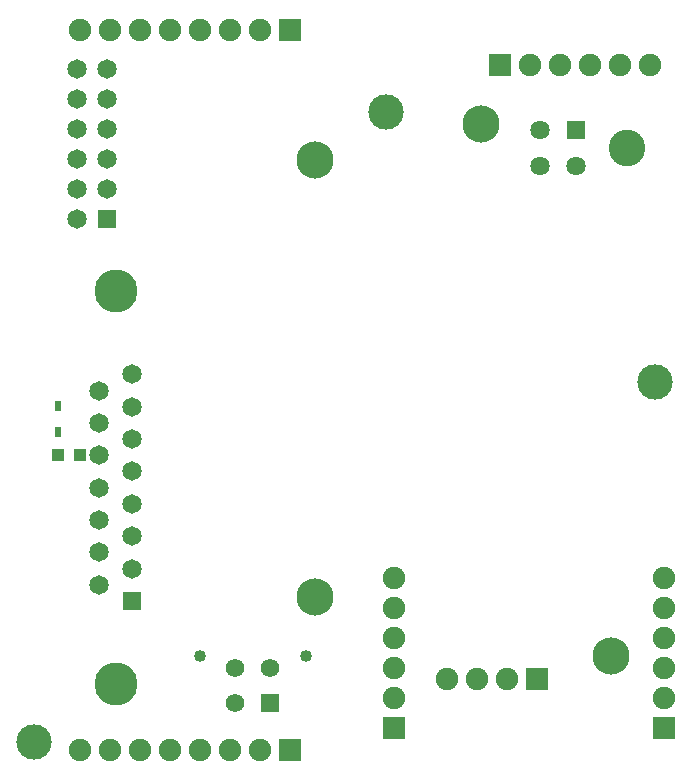
<source format=gbs>
G04*
G04 #@! TF.GenerationSoftware,Altium Limited,Altium Designer,20.2.6 (244)*
G04*
G04 Layer_Color=16711935*
%FSLAX44Y44*%
%MOMM*%
G71*
G04*
G04 #@! TF.SameCoordinates,C4BD39D4-7D46-4A15-92C5-5DF00FED93ED*
G04*
G04*
G04 #@! TF.FilePolarity,Negative*
G04*
G01*
G75*
%ADD29R,1.0000X1.0000*%
%ADD32R,0.6000X0.9000*%
%ADD42C,3.0000*%
%ADD43C,1.6500*%
%ADD44R,1.6500X1.6500*%
%ADD45C,3.6500*%
%ADD46R,1.5700X1.5700*%
%ADD47C,1.5700*%
%ADD48C,1.0200*%
%ADD49C,1.9000*%
%ADD50R,1.9000X1.9000*%
%ADD51R,1.9000X1.9000*%
%ADD52C,3.1480*%
%ADD53C,1.6300*%
%ADD54R,1.6300X1.6300*%
%ADD55C,3.1000*%
D29*
X42000Y270000D02*
D03*
X61000D02*
D03*
D32*
X42000Y289000D02*
D03*
Y311000D02*
D03*
D42*
X320000Y560000D02*
D03*
X22000Y27000D02*
D03*
X548000Y332000D02*
D03*
D43*
X104922Y338200D02*
D03*
Y310800D02*
D03*
Y283400D02*
D03*
Y256000D02*
D03*
Y228600D02*
D03*
Y201200D02*
D03*
Y173800D02*
D03*
X76522Y324500D02*
D03*
Y297100D02*
D03*
Y269700D02*
D03*
Y160100D02*
D03*
Y187500D02*
D03*
Y242300D02*
D03*
Y214900D02*
D03*
X84000Y494800D02*
D03*
Y520200D02*
D03*
Y545600D02*
D03*
Y571000D02*
D03*
Y596400D02*
D03*
X58600Y469400D02*
D03*
Y494800D02*
D03*
Y520200D02*
D03*
Y545600D02*
D03*
Y571000D02*
D03*
Y596400D02*
D03*
D44*
X104922Y146400D02*
D03*
X84000Y469400D02*
D03*
D45*
X91000Y409000D02*
D03*
Y75800D02*
D03*
D46*
X222000Y60000D02*
D03*
D47*
X192000D02*
D03*
X222000Y90000D02*
D03*
X192000D02*
D03*
D48*
X162000Y99400D02*
D03*
X252000D02*
D03*
D49*
X327000Y165500D02*
D03*
X326999Y140101D02*
D03*
X327001Y114700D02*
D03*
Y89300D02*
D03*
Y63900D02*
D03*
X422700Y80000D02*
D03*
X397300D02*
D03*
X371900D02*
D03*
X61097Y630000D02*
D03*
X86497D02*
D03*
X213497Y629999D02*
D03*
X188097D02*
D03*
X162697D02*
D03*
X137295Y630001D02*
D03*
X111896Y630000D02*
D03*
X543500Y600000D02*
D03*
X518101Y599999D02*
D03*
X492700Y600001D02*
D03*
X467300D02*
D03*
X441900D02*
D03*
X61097Y20000D02*
D03*
X86497D02*
D03*
X213497Y19999D02*
D03*
X188097D02*
D03*
X162697D02*
D03*
X137295Y20001D02*
D03*
X111896Y20000D02*
D03*
X555601Y63900D02*
D03*
Y89300D02*
D03*
Y114700D02*
D03*
X555599Y140101D02*
D03*
X555600Y165500D02*
D03*
D50*
X327001Y38500D02*
D03*
X555601D02*
D03*
D51*
X448100Y80000D02*
D03*
X238897Y629999D02*
D03*
X416500Y600001D02*
D03*
X238897Y19999D02*
D03*
D52*
X400000Y550000D02*
D03*
X510000Y100000D02*
D03*
X260000Y150000D02*
D03*
Y520000D02*
D03*
D53*
X450400Y515000D02*
D03*
Y545000D02*
D03*
X480400Y515000D02*
D03*
D54*
Y545000D02*
D03*
D55*
X523600Y530000D02*
D03*
M02*

</source>
